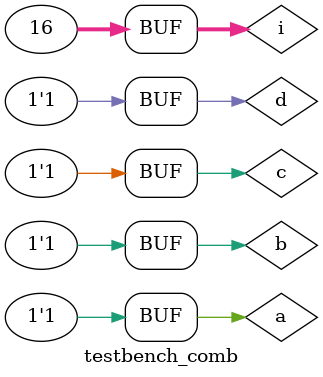
<source format=v>
`timescale 10ns / 1ns
`include "comb_str.v"
`include "comb_dataflow.v"
`include "comb_behavior.v"
`include "comb_prim.v"

module testbench_comb();
  reg a, b, c, d;
  wire y_str, y_dataflow, y_behavior, y_prim;
  integer i;
  
  comb_str c0 (y_str, a, b, c, d);
  comb_dataflow c1 (y_dataflow, a, b, c, d);
  comb_behavior c2 (y_behavior, a, b, c, d);
  comb_prim c3 (y_prim, a, b, c, d);
  
  initial
  begin
    {a, b, c, d} = 4'b0;
    for (i=0; i<16; i=i+1)
    begin
      {a, b, c, d} = i;
      #1;
    end
  end
  
  initial
    $monitor("time=%4t, ABCD=%b, Y_str=%b, Y_dataflow=%b, Y_behavior=%b, Y_prim=%b",
              $time, {a, b, c, d}, y_str, y_dataflow, y_behavior, y_prim);
endmodule
</source>
